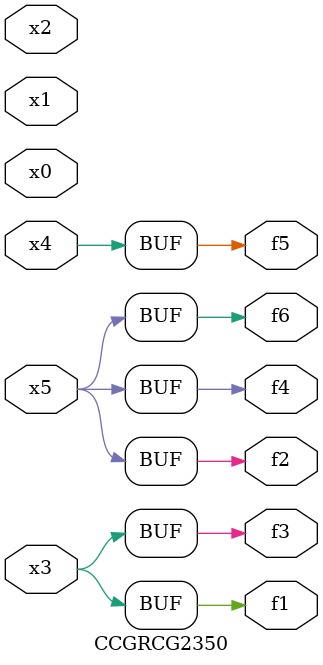
<source format=v>
module CCGRCG2350(
	input x0, x1, x2, x3, x4, x5,
	output f1, f2, f3, f4, f5, f6
);
	assign f1 = x3;
	assign f2 = x5;
	assign f3 = x3;
	assign f4 = x5;
	assign f5 = x4;
	assign f6 = x5;
endmodule

</source>
